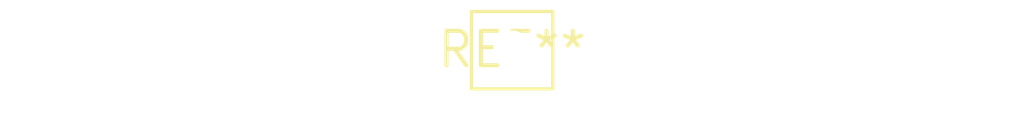
<source format=kicad_pcb>
(kicad_pcb (version 20240108) (generator pcbnew)
  (layers (0 "F.Cu" signal) (31 "B.Cu" signal) (34 "B.Paste" user) (35 "F.Paste" user) (36 "B.SilkS" user "B.Silkscreen") (37 "F.SilkS" user "F.Silkscreen") (38 "B.Mask" user) (39 "F.Mask" user) (44 "Edge.Cuts" user))
  (net 0 "")
  (footprint "Pin_D1.4mm_L8.5mm_W2.8mm_FlatFork" (layer "F.Cu") (at 0 0)
    (property "Reference" "REF**")
    (property "Value" "Pin_D1.4mm_L8.5mm_W2.8mm_FlatFork")
    (fp_line (start -1.5 -1.4) (end -1.5 1.45) (layer "F.SilkS") (stroke (width 0.12)))
    (fp_line (start -1.5 -1.4) (end 1.5 -1.4) (layer "F.SilkS") (stroke (width 0.12)))
    (fp_line (start -1.5 1.45) (end 1.5 1.45) (layer "F.SilkS") (stroke (width 0.12)))
    (fp_line (start 1.5 -1.4) (end 1.5 1.45) (layer "F.SilkS") (stroke (width 0.12)))
    (pad "1" thru_hole circle (at 0 0) (size 2.6 2.6) (drill 1.4) (layers *.Cu *.Mask) (remove_unused_layers))
  )
)
</source>
